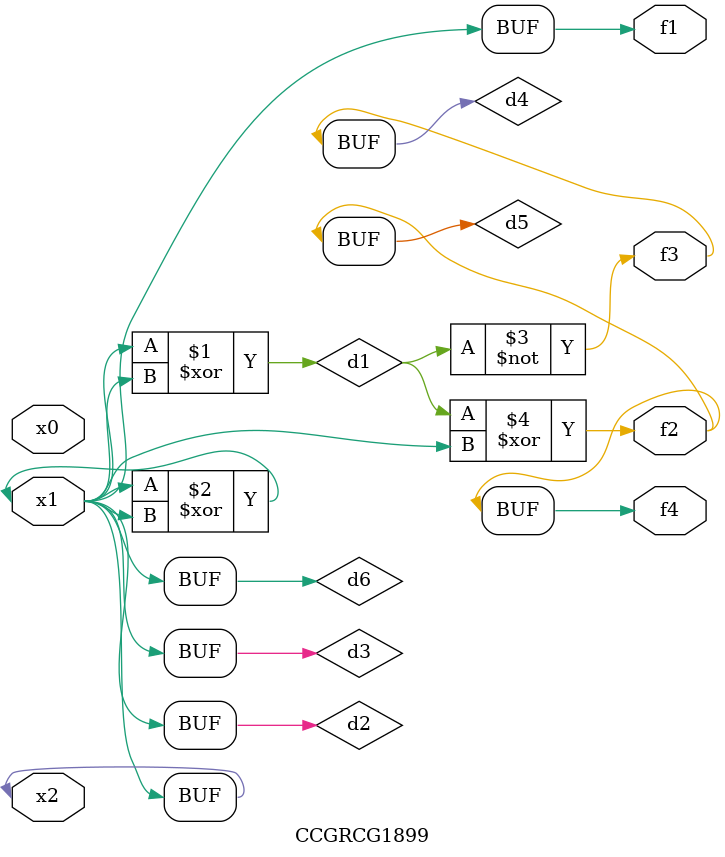
<source format=v>
module CCGRCG1899(
	input x0, x1, x2,
	output f1, f2, f3, f4
);

	wire d1, d2, d3, d4, d5, d6;

	xor (d1, x1, x2);
	buf (d2, x1, x2);
	xor (d3, x1, x2);
	nor (d4, d1);
	xor (d5, d1, d2);
	buf (d6, d2, d3);
	assign f1 = d6;
	assign f2 = d5;
	assign f3 = d4;
	assign f4 = d5;
endmodule

</source>
